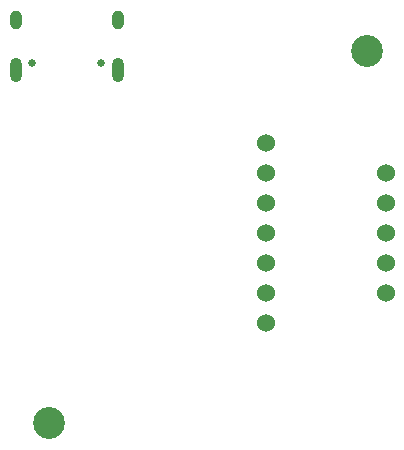
<source format=gbr>
%TF.GenerationSoftware,KiCad,Pcbnew,7.0.8*%
%TF.CreationDate,2024-11-10T19:19:34+09:00*%
%TF.ProjectId,JellyTracker_V0.5.0,4a656c6c-7954-4726-9163-6b65725f5630,rev?*%
%TF.SameCoordinates,Original*%
%TF.FileFunction,Soldermask,Bot*%
%TF.FilePolarity,Negative*%
%FSLAX46Y46*%
G04 Gerber Fmt 4.6, Leading zero omitted, Abs format (unit mm)*
G04 Created by KiCad (PCBNEW 7.0.8) date 2024-11-10 19:19:34*
%MOMM*%
%LPD*%
G01*
G04 APERTURE LIST*
%ADD10C,0.650000*%
%ADD11O,1.000000X2.100000*%
%ADD12O,1.000000X1.600000*%
%ADD13C,2.700000*%
%ADD14C,1.524000*%
G04 APERTURE END LIST*
D10*
%TO.C,J1*%
X8986000Y-5596000D03*
X3206000Y-5596000D03*
D11*
X10416000Y-6126000D03*
D12*
X10416000Y-1946000D03*
D11*
X1776000Y-6126000D03*
D12*
X1776000Y-1946000D03*
%TD*%
D13*
%TO.C,M2.5*%
X4572000Y-36068000D03*
%TD*%
%TO.C,M2.5*%
X31496000Y-4572000D03*
%TD*%
D14*
%TO.C,U2*%
X22960000Y-12292000D03*
X22960000Y-14832000D03*
X22960000Y-17372000D03*
X22960000Y-19912000D03*
X22960000Y-22452000D03*
X22960000Y-24992000D03*
X22960000Y-27532000D03*
X33120000Y-14832000D03*
X33120000Y-17372000D03*
X33120000Y-19912000D03*
X33120000Y-22452000D03*
X33120000Y-24992000D03*
%TD*%
M02*

</source>
